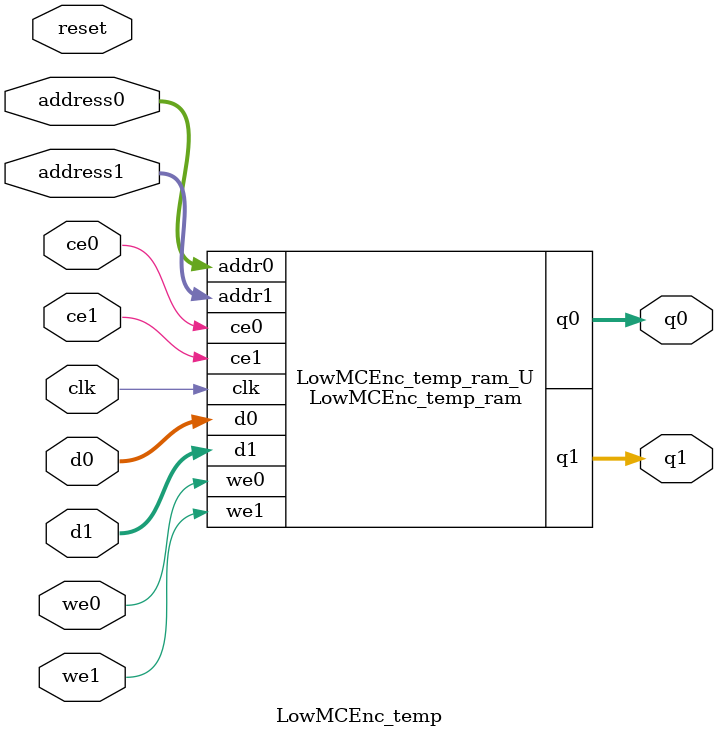
<source format=v>
`timescale 1 ns / 1 ps
module LowMCEnc_temp_ram (addr0, ce0, d0, we0, q0, addr1, ce1, d1, we1, q1,  clk);

parameter DWIDTH = 8;
parameter AWIDTH = 7;
parameter MEM_SIZE = 120;

input[AWIDTH-1:0] addr0;
input ce0;
input[DWIDTH-1:0] d0;
input we0;
output reg[DWIDTH-1:0] q0;
input[AWIDTH-1:0] addr1;
input ce1;
input[DWIDTH-1:0] d1;
input we1;
output reg[DWIDTH-1:0] q1;
input clk;

(* ram_style = "block" *)reg [DWIDTH-1:0] ram[0:MEM_SIZE-1];




always @(posedge clk)  
begin 
    if (ce0) begin
        if (we0) 
            ram[addr0] <= d0; 
        q0 <= ram[addr0];
    end
end


always @(posedge clk)  
begin 
    if (ce1) begin
        if (we1) 
            ram[addr1] <= d1; 
        q1 <= ram[addr1];
    end
end


endmodule

`timescale 1 ns / 1 ps
module LowMCEnc_temp(
    reset,
    clk,
    address0,
    ce0,
    we0,
    d0,
    q0,
    address1,
    ce1,
    we1,
    d1,
    q1);

parameter DataWidth = 32'd8;
parameter AddressRange = 32'd120;
parameter AddressWidth = 32'd7;
input reset;
input clk;
input[AddressWidth - 1:0] address0;
input ce0;
input we0;
input[DataWidth - 1:0] d0;
output[DataWidth - 1:0] q0;
input[AddressWidth - 1:0] address1;
input ce1;
input we1;
input[DataWidth - 1:0] d1;
output[DataWidth - 1:0] q1;



LowMCEnc_temp_ram LowMCEnc_temp_ram_U(
    .clk( clk ),
    .addr0( address0 ),
    .ce0( ce0 ),
    .we0( we0 ),
    .d0( d0 ),
    .q0( q0 ),
    .addr1( address1 ),
    .ce1( ce1 ),
    .we1( we1 ),
    .d1( d1 ),
    .q1( q1 ));

endmodule


</source>
